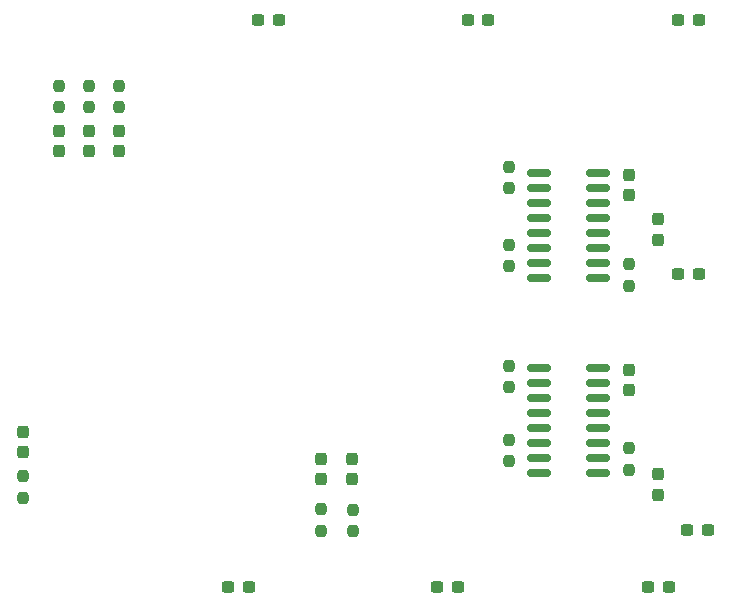
<source format=gbr>
G04 #@! TF.GenerationSoftware,KiCad,Pcbnew,7.0.10-7.0.10~ubuntu22.04.1*
G04 #@! TF.CreationDate,2024-01-06T14:45:44-05:00*
G04 #@! TF.ProjectId,Teensy41_DualMotor,5465656e-7379-4343-915f-4475616c4d6f,1*
G04 #@! TF.SameCoordinates,Original*
G04 #@! TF.FileFunction,Paste,Top*
G04 #@! TF.FilePolarity,Positive*
%FSLAX46Y46*%
G04 Gerber Fmt 4.6, Leading zero omitted, Abs format (unit mm)*
G04 Created by KiCad (PCBNEW 7.0.10-7.0.10~ubuntu22.04.1) date 2024-01-06 14:45:44*
%MOMM*%
%LPD*%
G01*
G04 APERTURE LIST*
G04 Aperture macros list*
%AMRoundRect*
0 Rectangle with rounded corners*
0 $1 Rounding radius*
0 $2 $3 $4 $5 $6 $7 $8 $9 X,Y pos of 4 corners*
0 Add a 4 corners polygon primitive as box body*
4,1,4,$2,$3,$4,$5,$6,$7,$8,$9,$2,$3,0*
0 Add four circle primitives for the rounded corners*
1,1,$1+$1,$2,$3*
1,1,$1+$1,$4,$5*
1,1,$1+$1,$6,$7*
1,1,$1+$1,$8,$9*
0 Add four rect primitives between the rounded corners*
20,1,$1+$1,$2,$3,$4,$5,0*
20,1,$1+$1,$4,$5,$6,$7,0*
20,1,$1+$1,$6,$7,$8,$9,0*
20,1,$1+$1,$8,$9,$2,$3,0*%
G04 Aperture macros list end*
%ADD10RoundRect,0.237500X-0.237500X0.250000X-0.237500X-0.250000X0.237500X-0.250000X0.237500X0.250000X0*%
%ADD11RoundRect,0.237500X0.237500X-0.300000X0.237500X0.300000X-0.237500X0.300000X-0.237500X-0.300000X0*%
%ADD12RoundRect,0.237500X0.237500X-0.250000X0.237500X0.250000X-0.237500X0.250000X-0.237500X-0.250000X0*%
%ADD13RoundRect,0.150000X-0.825000X-0.150000X0.825000X-0.150000X0.825000X0.150000X-0.825000X0.150000X0*%
%ADD14RoundRect,0.237500X-0.237500X0.300000X-0.237500X-0.300000X0.237500X-0.300000X0.237500X0.300000X0*%
%ADD15RoundRect,0.237500X-0.300000X-0.237500X0.300000X-0.237500X0.300000X0.237500X-0.300000X0.237500X0*%
%ADD16RoundRect,0.237500X0.300000X0.237500X-0.300000X0.237500X-0.300000X-0.237500X0.300000X-0.237500X0*%
G04 APERTURE END LIST*
D10*
X82550000Y-95750000D03*
X82550000Y-97575000D03*
X118110000Y-109220000D03*
X118110000Y-111045000D03*
X85090000Y-95750000D03*
X85090000Y-97575000D03*
D11*
X82550000Y-99537500D03*
X82550000Y-101262500D03*
D10*
X128270000Y-110847500D03*
X128270000Y-112672500D03*
X80010000Y-95750000D03*
X80010000Y-97575000D03*
X128270000Y-126445000D03*
X128270000Y-128270000D03*
D12*
X104970000Y-133462500D03*
X104970000Y-131637500D03*
D13*
X120715000Y-103147500D03*
X120715000Y-104417500D03*
X120715000Y-105687500D03*
X120715000Y-106957500D03*
X120715000Y-108227500D03*
X120715000Y-109497500D03*
X120715000Y-110767500D03*
X120715000Y-112037500D03*
X125665000Y-112037500D03*
X125665000Y-110767500D03*
X125665000Y-109497500D03*
X125665000Y-108227500D03*
X125665000Y-106957500D03*
X125665000Y-105687500D03*
X125665000Y-104417500D03*
X125665000Y-103147500D03*
D11*
X130790000Y-130372500D03*
X130790000Y-128647500D03*
D14*
X77000000Y-125025000D03*
X77000000Y-126750000D03*
D11*
X80010000Y-101262500D03*
X80010000Y-99537500D03*
X128270000Y-103277500D03*
X128270000Y-105002500D03*
D12*
X77000000Y-130610000D03*
X77000000Y-128785000D03*
X118110000Y-121285000D03*
X118110000Y-119460000D03*
X102200000Y-133412500D03*
X102200000Y-131587500D03*
D15*
X133249500Y-133350000D03*
X134974500Y-133350000D03*
D12*
X118110000Y-104417500D03*
X118110000Y-102592500D03*
D15*
X132487500Y-111700000D03*
X134212500Y-111700000D03*
X112067000Y-138176000D03*
X113792000Y-138176000D03*
D13*
X120715000Y-119657500D03*
X120715000Y-120927500D03*
X120715000Y-122197500D03*
X120715000Y-123467500D03*
X120715000Y-124737500D03*
X120715000Y-126007500D03*
X120715000Y-127277500D03*
X120715000Y-128547500D03*
X125665000Y-128547500D03*
X125665000Y-127277500D03*
X125665000Y-126007500D03*
X125665000Y-124737500D03*
X125665000Y-123467500D03*
X125665000Y-122197500D03*
X125665000Y-120927500D03*
X125665000Y-119657500D03*
D11*
X130790000Y-108782500D03*
X130790000Y-107057500D03*
D10*
X118110000Y-125730000D03*
X118110000Y-127555000D03*
D14*
X102200000Y-127337500D03*
X102200000Y-129062500D03*
D15*
X94387500Y-138176000D03*
X96112500Y-138176000D03*
D11*
X128270000Y-121512500D03*
X128270000Y-119787500D03*
X85090000Y-101262500D03*
X85090000Y-99537500D03*
D14*
X104840000Y-127337500D03*
X104840000Y-129062500D03*
D15*
X129947500Y-138176000D03*
X131672500Y-138176000D03*
D16*
X116402500Y-90170000D03*
X114677500Y-90170000D03*
X98652500Y-90170000D03*
X96927500Y-90170000D03*
X134212500Y-90170000D03*
X132487500Y-90170000D03*
M02*

</source>
